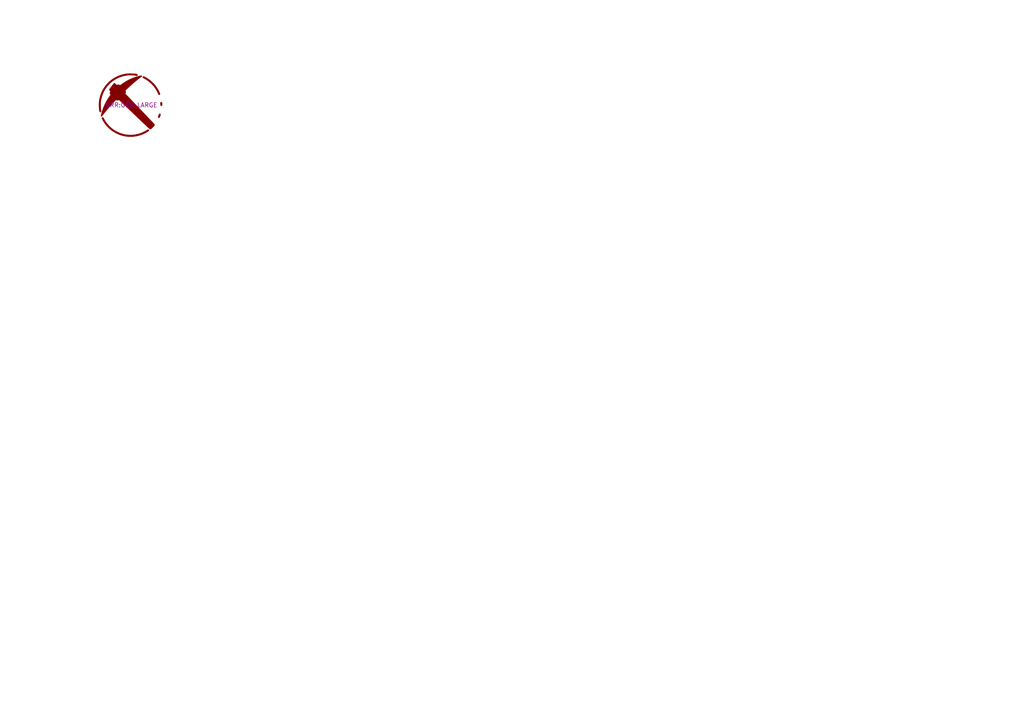
<source format=kicad_sch>
(kicad_sch (version 20231120) (generator "eeschema") (generator_version "8.0")
  (paper "A4")
  (lib_symbols
    (symbol "GRRLogo:LOGO" (pin_names (offset 1.016))
      (symbol "LOGO_0_0"
        (polyline (pts (xy 8.0356 -3.6784) (xy 8.1243 -3.6439) (xy 8.2004 -3.55) (xy 8.2466 -3.4603) (xy 8.3087 -3.3125) (xy 8.3713 -3.1418) (xy 8.4262 -2.9723) (xy 8.4651 -2.8279) (xy 8.48 -2.7327) (xy 8.462 -2.6523) (xy 8.3892 -2.5678) (xy 8.2834 -2.5233) (xy 8.1696 -2.5278) (xy 8.0728 -2.59) (xy 8.0422 -2.64) (xy 7.9888 -2.7568) (xy 7.9274 -2.9116) (xy 7.866 -3.0822) (xy 7.8123 -3.2465) (xy 7.7744 -3.3824) (xy 7.76 -3.4679) (xy 7.7709 -3.5273) (xy 7.8228 -3.6171) (xy 7.8956 -3.6592) (xy 8.0034 -3.68) (xy 8.0356 -3.6784)) (stroke (width 0.01)) (fill (type outline)))
        (polyline (pts (xy 8.8468 -0.1738) (xy 8.8606 -0.1599) (xy 8.8907 -0.1099) (xy 8.9088 -0.0312) (xy 8.9176 0.0934) (xy 8.92 0.2809) (xy 8.9196 0.3701) (xy 8.9146 0.5303) (xy 8.9014 0.6382) (xy 8.8766 0.7132) (xy 8.837 0.7747) (xy 8.8144 0.8009) (xy 8.7051 0.8702) (xy 8.5913 0.8629) (xy 8.4861 0.7788) (xy 8.4582 0.7393) (xy 8.4325 0.6794) (xy 8.4204 0.5971) (xy 8.4198 0.4733) (xy 8.4284 0.2888) (xy 8.4284 0.2887) (xy 8.4473 0.0626) (xy 8.4747 -0.0887) (xy 8.5113 -0.17) (xy 8.5133 -0.1722) (xy 8.6133 -0.2299) (xy 8.7356 -0.2305) (xy 8.8468 -0.1738)) (stroke (width 0.01)) (fill (type outline)))
        (polyline (pts (xy 8.2017 2.999) (xy 8.2864 3.0801) (xy 8.32 3.1972) (xy 8.3096 3.2608) (xy 8.267 3.3966) (xy 8.1972 3.577) (xy 8.1065 3.7875) (xy 8.0014 4.0135) (xy 7.8881 4.2404) (xy 7.7731 4.4535) (xy 7.7532 4.4885) (xy 7.2901 5.2225) (xy 6.769 5.9016) (xy 6.1896 6.5263) (xy 5.5513 7.097) (xy 4.8535 7.6143) (xy 4.0959 8.0787) (xy 3.9564 8.1543) (xy 3.7532 8.2529) (xy 3.5993 8.3069) (xy 3.4849 8.3182) (xy 3.4004 8.2886) (xy 3.3361 8.2198) (xy 3.3232 8.1987) (xy 3.2913 8.0856) (xy 3.3301 7.9786) (xy 3.4425 7.8728) (xy 3.6316 7.7638) (xy 4.0843 7.5221) (xy 4.7369 7.1019) (xy 5.3559 6.6169) (xy 5.9343 6.0747) (xy 6.4652 5.4824) (xy 6.9416 4.8474) (xy 7.3565 4.177) (xy 7.703 3.4786) (xy 7.7706 3.3298) (xy 7.846 3.1778) (xy 7.909 3.0656) (xy 7.9504 3.01) (xy 7.9754 2.9934) (xy 8.09 2.966) (xy 8.2017 2.999)) (stroke (width 0.01)) (fill (type outline)))
        (polyline (pts (xy 0.2396 -9.1471) (xy 0.5243 -9.1354) (xy 0.7515 -9.1176) (xy 0.7569 -9.1171) (xy 1.566 -8.9902) (xy 2.3686 -8.7894) (xy 3.1492 -8.5194) (xy 3.8924 -8.1847) (xy 4.0882 -8.0811) (xy 4.3024 -7.9603) (xy 4.5147 -7.8342) (xy 4.7113 -7.7114) (xy 4.8786 -7.6005) (xy 5.0027 -7.5101) (xy 5.07 -7.4488) (xy 5.085 -7.427) (xy 5.1162 -7.3116) (xy 5.0863 -7.1991) (xy 5.0069 -7.1138) (xy 4.8901 -7.08) (xy 4.8241 -7.0985) (xy 4.7056 -7.1529) (xy 4.554 -7.2345) (xy 4.3863 -7.3347) (xy 3.8501 -7.6456) (xy 3.1046 -8.0006) (xy 2.3377 -8.2813) (xy 1.5543 -8.4877) (xy 0.7593 -8.6193) (xy -0.0424 -8.6759) (xy -0.8459 -8.6573) (xy -1.6463 -8.563) (xy -2.4387 -8.3929) (xy -3.2183 -8.1467) (xy -3.98 -7.824) (xy -4.4557 -7.5818) (xy -4.9429 -7.2961) (xy -5.3932 -6.9848) (xy -5.8295 -6.632) (xy -6.2745 -6.2217) (xy -6.3242 -6.1732) (xy -6.8004 -5.673) (xy -7.2115 -5.1705) (xy -7.5695 -4.6498) (xy -7.8867 -4.0947) (xy -7.9572 -3.9617) (xy -8.0413 -3.8097) (xy -8.1098 -3.6931) (xy -8.1523 -3.63) (xy -8.2219 -3.5784) (xy -8.3334 -3.5622) (xy -8.4431 -3.5984) (xy -8.5268 -3.6775) (xy -8.56 -3.7898) (xy -8.5531 -3.8406) (xy -8.5058 -3.978) (xy -8.4194 -4.1629) (xy -8.3 -4.385) (xy -8.1541 -4.634) (xy -7.9878 -4.8997) (xy -7.8077 -5.1718) (xy -7.6198 -5.4401) (xy -7.4307 -5.6943) (xy -7.2465 -5.9241) (xy -7.0478 -6.1526) (xy -6.4703 -6.7353) (xy -5.8384 -7.2649) (xy -5.1592 -7.7374) (xy -4.4398 -8.1492) (xy -3.6871 -8.4965) (xy -2.9082 -8.7754) (xy -2.1102 -8.9823) (xy -1.3 -9.1134) (xy -1.2676 -9.1168) (xy -1.0292 -9.1346) (xy -0.737 -9.1466) (xy -0.4133 -9.1527) (xy -0.0803 -9.1529) (xy 0.2396 -9.1471)) (stroke (width 0.01)) (fill (type outline)))
        (polyline (pts (xy -8.8189 -1.9586) (xy -8.8143 -1.9536) (xy -8.7866 -1.9176) (xy -8.7704 -1.8751) (xy -8.7658 -1.8114) (xy -8.773 -1.7121) (xy -8.7919 -1.5627) (xy -8.8227 -1.3486) (xy -8.8406 -1.2118) (xy -8.8721 -0.8692) (xy -8.8926 -0.487) (xy -8.902 -0.0852) (xy -8.9002 0.3165) (xy -8.8873 0.6985) (xy -8.8631 1.0407) (xy -8.8277 1.3236) (xy -8.745 1.7554) (xy -8.5309 2.5637) (xy -8.2452 3.3447) (xy -7.8909 4.0919) (xy -7.4708 4.7992) (xy -6.9877 5.46) (xy -6.9508 5.5049) (xy -6.749 5.7339) (xy -6.5062 5.9888) (xy -6.2406 6.252) (xy -5.9704 6.5058) (xy -5.7137 6.7326) (xy -5.4889 6.9145) (xy -4.8816 7.3338) (xy -4.1703 7.7349) (xy -3.4233 8.0686) (xy -2.648 8.3324) (xy -1.8517 8.5239) (xy -1.0418 8.6406) (xy -0.2256 8.68) (xy -0.1879 8.6799) (xy 0.067 8.6717) (xy 0.3585 8.6531) (xy 0.6631 8.6263) (xy 0.9576 8.5935) (xy 1.2187 8.5571) (xy 1.4231 8.5193) (xy 1.5358 8.4991) (xy 1.6273 8.5031) (xy 1.705 8.5397) (xy 1.7722 8.6135) (xy 1.804 8.7294) (xy 1.7834 8.8471) (xy 1.71 8.9357) (xy 1.662 8.9595) (xy 1.5137 9.0036) (xy 1.3036 9.0436) (xy 1.0436 9.0787) (xy 0.7458 9.1083) (xy 0.4221 9.1315) (xy 0.0846 9.1474) (xy -0.2548 9.1554) (xy -0.5841 9.1547) (xy -0.8913 9.1444) (xy -1.1644 9.1238) (xy -1.9733 9.004) (xy -2.7861 8.8082) (xy -3.569 8.5429) (xy -4.3185 8.2114) (xy -5.0309 7.8172) (xy -5.7028 7.3639) (xy -6.3306 6.8547) (xy -6.9107 6.2933) (xy -7.4397 5.683) (xy -7.9138 5.0272) (xy -8.3297 4.3295) (xy -8.6836 3.5933) (xy -8.9722 2.822) (xy -9.1917 2.0191) (xy -9.3388 1.188) (xy -9.3601 0.9982) (xy -9.3843 0.6757) (xy -9.3974 0.3333) (xy -9.4002 -0.0191) (xy -9.3934 -0.3713) (xy -9.3774 -0.7136) (xy -9.3531 -1.0358) (xy -9.3211 -1.328) (xy -9.282 -1.5802) (xy -9.2365 -1.7826) (xy -9.1852 -1.9249) (xy -9.1289 -1.9974) (xy -9.0617 -2.0265) (xy -8.9305 -2.0286) (xy -8.8189 -1.9586)) (stroke (width 0.01)) (fill (type outline)))
        (polyline (pts (xy 5.5408 -6.9741) (xy 5.6641 -6.9423) (xy 5.7027 -6.919) (xy 5.7929 -6.8451) (xy 5.9189 -6.7311) (xy 6.0696 -6.587) (xy 6.2341 -6.4227) (xy 6.3575 -6.2963) (xy 6.5009 -6.1467) (xy 6.6006 -6.036) (xy 6.6643 -5.9538) (xy 6.7001 -5.8896) (xy 6.7155 -5.833) (xy 6.7185 -5.7736) (xy 6.7181 -5.7571) (xy 6.7015 -5.6322) (xy 6.6685 -5.5362) (xy 6.6642 -5.5305) (xy 6.6151 -5.4755) (xy 6.5145 -5.367) (xy 6.3656 -5.2082) (xy 6.1714 -5.0022) (xy 5.9349 -4.7524) (xy 5.6593 -4.462) (xy 5.3474 -4.134) (xy 5.0026 -3.7718) (xy 4.6276 -3.3786) (xy 4.2257 -2.9576) (xy 3.7999 -2.5119) (xy 3.3532 -2.0448) (xy 2.8887 -1.5595) (xy 2.4095 -1.0593) (xy -1.801 3.3338) (xy -1.7148 3.4256) (xy -1.6415 3.5491) (xy -1.6059 3.7194) (xy -1.6165 3.8998) (xy -1.6751 4.0607) (xy -1.6956 4.0958) (xy -1.7417 4.1788) (xy -1.76 4.2186) (xy -1.7331 4.247) (xy -1.6546 4.3223) (xy -1.5325 4.4371) (xy -1.3746 4.5842) (xy -1.1887 4.7564) (xy -0.9828 4.9463) (xy -0.7647 5.1469) (xy -0.5422 5.3508) (xy -0.3233 5.5509) (xy -0.1157 5.7399) (xy 0.0726 5.9105) (xy 0.2338 6.0556) (xy 0.36 6.1679) (xy 0.3708 6.1775) (xy 0.6609 6.4293) (xy 0.9837 6.7033) (xy 1.3237 6.987) (xy 1.6657 7.2677) (xy 1.9941 7.5327) (xy 2.2938 7.7696) (xy 2.5493 7.9656) (xy 2.6779 8.0632) (xy 2.8379 8.1879) (xy 2.9653 8.2912) (xy 3.0495 8.3643) (xy 3.08 8.3988) (xy 3.0717 8.4707) (xy 3.0401 8.5219) (xy 2.9761 8.5489) (xy 2.8709 8.552) (xy 2.7156 8.5316) (xy 2.5015 8.4877) (xy 2.2196 8.4206) (xy 2.0497 8.3774) (xy 1.3422 8.1708) (xy 0.6245 7.9216) (xy -0.0735 7.6407) (xy -0.7219 7.3391) (xy -1.0602 7.1613) (xy -1.4754 6.9261) (xy -1.9035 6.6681) (xy -2.3229 6.4008) (xy -2.7119 6.1377) (xy -3.0488 5.8922) (xy -3.2776 5.7173) (xy -3.4332 5.8203) (xy -3.4932 5.8576) (xy -3.6841 5.9367) (xy -3.8677 5.9435) (xy -4.0611 5.8795) (xy -4.2474 5.7894) (xy -4.5347 6.0747) (xy -4.6929 6.2239) (xy -4.8135 6.3152) (xy -4.9088 6.3534) (xy -4.9906 6.3434) (xy -5.0711 6.29) (xy -5.1067 6.2513) (xy -5.1868 6.1541) (xy -5.3011 6.0103) (xy -5.4423 5.8293) (xy -5.6029 5.6204) (xy -5.7756 5.3932) (xy -5.8684 5.2697) (xy -6.0661 5.002) (xy -6.2157 4.7908) (xy -6.3197 4.6327) (xy -6.3803 4.5241) (xy -6.4001 4.4615) (xy -6.3971 4.4335) (xy -6.3415 4.3142) (xy -6.217 4.1609) (xy -6.0339 3.9652) (xy -6.127 3.8393) (xy -6.1941 3.7098) (xy -6.2258 3.5183) (xy -6.1971 3.3222) (xy -6.1086 3.1478) (xy -5.9972 3.0017) (xy -6.3612 2.4941) (xy -6.6798 2.0314) (xy -7.2328 1.1263) (xy -7.7188 0.1871) (xy -8.1346 -0.7792) (xy -8.477 -1.7655) (xy -8.7429 -2.7647) (xy -8.7534 -2.8119) (xy -8.7935 -3.0054) (xy -8.8131 -3.137) (xy -8.8137 -3.219) (xy -8.7966 -3.2641) (xy -8.7781 -3.2842) (xy -8.7201 -3.3173) (xy -8.6527 -3.3039) (xy -8.5681 -3.2386) (xy -8.4583 -3.1158) (xy -8.3153 -2.93) (xy -8.031 -2.555) (xy -7.6202 -2.0368) (xy -7.1591 -1.4781) (xy -6.6536 -0.8857) (xy -6.1094 -0.2663) (xy -5.5322 0.3735) (xy -4.9277 1.0269) (xy -4.4717 1.5138) (xy -4.3459 1.4371) (xy -4.1914 1.3773) (xy -4.0122 1.3586) (xy -3.8397 1.3806) (xy -3.7051 1.4433) (xy -3.6968 1.4496) (xy -3.6167 1.4999) (xy -3.5649 1.5133) (xy -3.5612 1.5104) (xy -3.5126 1.466) (xy -3.4103 1.3701) (xy -3.2576 1.2258) (xy -3.0576 1.036) (xy -2.8135 0.8038) (xy -2.5285 0.5323) (xy -2.2057 0.2244) (xy -1.8483 -0.1169) (xy -1.4595 -0.4884) (xy -1.0425 -0.8872) (xy -0.6004 -1.3103) (xy -0.1363 -1.7546) (xy 0.3464 -2.217) (xy 0.8448 -2.6947) (xy 0.981 -2.8253) (xy 1.4771 -3.3003) (xy 1.9578 -3.7597) (xy 2.4197 -4.2006) (xy 2.8598 -4.6197) (xy 3.2747 -5.0141) (xy 3.6612 -5.3806) (xy 4.016 -5.7163) (xy 4.3358 -6.018) (xy 4.6175 -6.2826) (xy 4.8579 -6.5072) (xy 5.0535 -6.6885) (xy 5.2012 -6.8236) (xy 5.2978 -6.9094) (xy 5.34 -6.9428) (xy 5.386 -6.9622) (xy 5.4595 -6.9807) (xy 5.5408 -6.9741)) (stroke (width 0.01)) (fill (type outline)))
      )
    )
  )
  (symbol (lib_id "GRRLogo:LOGO") (at 38.1 30.48 0) (unit 1)
    (property "Reference" "#G1" (effects (hide yes)))
    (property "Value" "LOGO" (effects (hide yes)))
    (property "Footprint" "GRR:GRR_LARGE" (at 38.1 30.48 0))
  )
)
</source>
